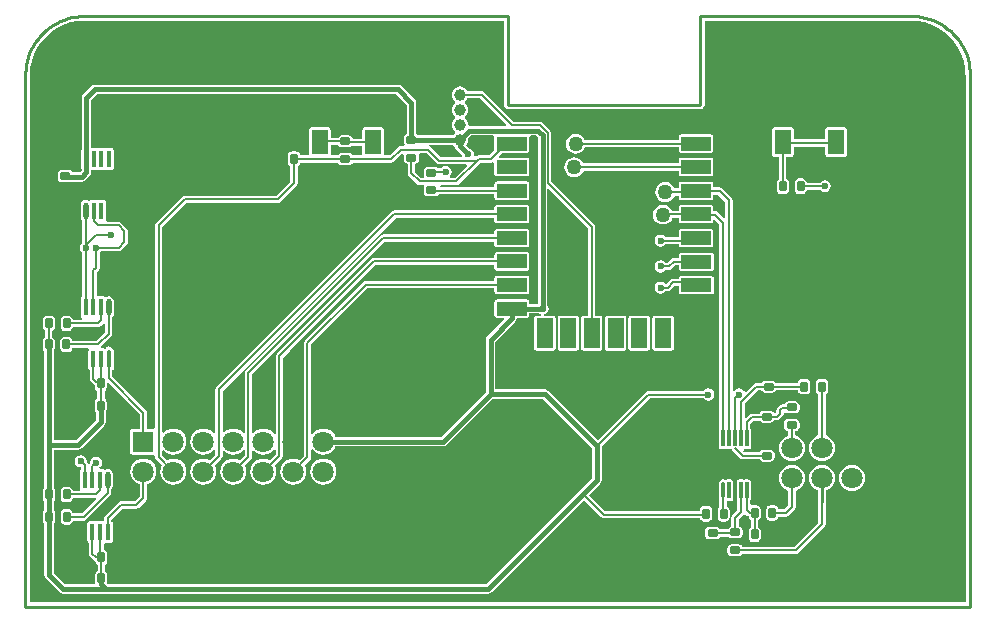
<source format=gtl>
%FSDAX24Y24*%
%MOIN*%
%SFA1B1*%

%IPPOS*%
%AMD10*
4,1,8,0.017700,-0.005900,0.017700,0.005900,0.011800,0.011800,-0.011800,0.011800,-0.017700,0.005900,-0.017700,-0.005900,-0.011800,-0.011800,0.011800,-0.011800,0.017700,-0.005900,0.0*
1,1,0.011800,0.011800,-0.005900*
1,1,0.011800,0.011800,0.005900*
1,1,0.011800,-0.011800,0.005900*
1,1,0.011800,-0.011800,-0.005900*
%
%AMD13*
4,1,8,-0.005900,-0.017700,0.005900,-0.017700,0.011800,-0.011800,0.011800,0.011800,0.005900,0.017700,-0.005900,0.017700,-0.011800,0.011800,-0.011800,-0.011800,-0.005900,-0.017700,0.0*
1,1,0.011800,-0.005900,-0.011800*
1,1,0.011800,0.005900,-0.011800*
1,1,0.011800,0.005900,0.011800*
1,1,0.011800,-0.005900,0.011800*
%
G04~CAMADD=10~8~0.0~0.0~236.0~354.0~59.0~0.0~15~0.0~0.0~0.0~0.0~0~0.0~0.0~0.0~0.0~0~0.0~0.0~0.0~270.0~354.0~236.0*
%ADD10D10*%
%ADD11O,0.017700X0.057100*%
%ADD12R,0.017700X0.057100*%
G04~CAMADD=13~8~0.0~0.0~236.0~354.0~59.0~0.0~15~0.0~0.0~0.0~0.0~0~0.0~0.0~0.0~0.0~0~0.0~0.0~0.0~180.0~236.0~354.0*
%ADD13D13*%
%ADD14R,0.055100X0.082700*%
%ADD15R,0.011800X0.057100*%
%ADD16O,0.011800X0.057100*%
%ADD17R,0.100000X0.045000*%
%ADD18R,0.055000X0.100000*%
%ADD19C,0.007900*%
%ADD20C,0.015700*%
%ADD21C,0.010000*%
%ADD22C,0.070900*%
%ADD23R,0.070900X0.070900*%
%ADD24C,0.039400*%
%ADD25C,0.050000*%
%ADD26C,0.023600*%
%LNuppsense-1*%
%LPD*%
G36*
X037639Y039205D02*
X037872Y039159D01*
X038098Y039082*
X038311Y038977*
X038509Y038845*
X038688Y038688*
X038845Y038509*
X038977Y038311*
X039082Y038098*
X039159Y037872*
X039205Y037639*
X039217Y037451*
X039219Y037402*
Y037352*
Y019836*
X008025*
Y037402*
X008024Y037408*
X008039Y037639*
X008086Y037872*
X008162Y038098*
X008267Y038311*
X008399Y038509*
X008556Y038688*
X008735Y038845*
X008933Y038977*
X009146Y039082*
X009372Y039159*
X009605Y039205*
X009793Y039217*
X009843Y039219*
X009892*
X023825*
Y036427*
X023837Y036369*
X023869Y036320*
X023879Y036310*
X023928Y036278*
X023986Y036266*
X030374*
X030432Y036278*
X030481Y036310*
X030514Y036359*
X030525Y036417*
Y039219*
X037402*
X037408Y039220*
X037639Y039205*
G37*
%LNuppsense-2*%
%LPC*%
G36*
X028611Y029384D02*
X028061D01*
X028031Y029377*
X028004Y029360*
X027987Y029334*
X027981Y029303*
Y028303*
X027987Y028273*
X028004Y028247*
X028031Y028229*
X028061Y028223*
X028611*
X028642Y028229*
X028668Y028247*
X028685Y028273*
X028691Y028303*
Y029303*
X028685Y029334*
X028668Y029360*
X028642Y029377*
X028611Y029384*
G37*
G36*
X027831D02*
X027281D01*
X027250Y029377*
X027224Y029360*
X027207Y029334*
X027201Y029303*
Y028303*
X027207Y028273*
X027224Y028247*
X027250Y028229*
X027281Y028223*
X027831*
X027862Y028229*
X027888Y028247*
X027905Y028273*
X027912Y028303*
Y029303*
X027905Y029334*
X027888Y029360*
X027862Y029377*
X027831Y029384*
G37*
G36*
X026251D02*
X025701D01*
X025670Y029377*
X025644Y029360*
X025627Y029334*
X025621Y029303*
Y028303*
X025627Y028273*
X025644Y028247*
X025670Y028229*
X025701Y028223*
X026251*
X026282Y028229*
X026308Y028247*
X026325Y028273*
X026332Y028303*
Y029303*
X026325Y029334*
X026308Y029360*
X026282Y029377*
X026251Y029384*
G37*
G36*
X030746Y031489D02*
X029746D01*
X029715Y031482*
X029689Y031465*
X029672Y031439*
X029666Y031408*
Y031304*
X029490*
X029444Y031295*
X029405Y031268*
X029281Y031144*
X029211*
X029197Y031166*
X029132Y031209*
X029055Y031224*
X028978Y031209*
X028913Y031166*
X028870Y031100*
X028854Y031024*
X028870Y030947*
X028913Y030882*
X028978Y030838*
X029055Y030823*
X029132Y030838*
X029197Y030882*
X029211Y030903*
X029331*
X029377Y030912*
X029416Y030938*
X029540Y031063*
X029666*
Y030958*
X029672Y030928*
X029689Y030902*
X029715Y030884*
X029746Y030878*
X030746*
X030777Y030884*
X030803Y030902*
X030820Y030928*
X030826Y030958*
Y031408*
X030820Y031439*
X030803Y031465*
X030777Y031482*
X030746Y031489*
G37*
G36*
Y030709D02*
X029746D01*
X029715Y030702*
X029689Y030685*
X029672Y030659*
X029666Y030628*
Y030612*
X029468*
X029422Y030603*
X029383Y030577*
X029256Y030450*
X029199Y030454*
X029197Y030457*
X029132Y030500*
X029055Y030516*
X028978Y030500*
X028913Y030457*
X028870Y030392*
X028854Y030315*
X028870Y030238*
X028913Y030173*
X028978Y030130*
X029055Y030114*
X029132Y030130*
X029197Y030173*
X029211Y030195*
X029291*
Y030194*
X029337Y030204*
X029376Y030230*
X029518Y030372*
X029666*
Y030178*
X029672Y030148*
X029689Y030122*
X029715Y030104*
X029746Y030098*
X030746*
X030777Y030104*
X030803Y030122*
X030820Y030148*
X030826Y030178*
Y030628*
X030820Y030659*
X030803Y030685*
X030777Y030702*
X030746Y030709*
G37*
G36*
X029411Y029384D02*
X028861D01*
X028830Y029377*
X028804Y029360*
X028787Y029334*
X028781Y029303*
Y028303*
X028787Y028273*
X028804Y028247*
X028830Y028229*
X028861Y028223*
X029411*
X029442Y028229*
X029468Y028247*
X029485Y028273*
X029492Y028303*
Y029303*
X029485Y029334*
X029468Y029360*
X029442Y029377*
X029411Y029384*
G37*
G36*
X034488Y027278D02*
X034370D01*
X034316Y027268*
X034271Y027237*
X034240Y027192*
X034230Y027138*
Y026902*
X034240Y026848*
X034271Y026802*
X034313Y026774*
Y025391*
X034215Y025351*
X034124Y025281*
X034055Y025191*
X034011Y025085*
X033996Y024972*
X034011Y024859*
X034055Y024754*
X034124Y024664*
X034215Y024594*
X034320Y024551*
X034433Y024536*
X034546Y024551*
X034651Y024594*
X034742Y024664*
X034811Y024754*
X034855Y024859*
X034870Y024972*
X034855Y025085*
X034811Y025191*
X034742Y025281*
X034651Y025351*
X034553Y025391*
Y026779*
X034588Y026802*
X034618Y026848*
X034629Y026902*
Y027138*
X034618Y027192*
X034588Y027237*
X034542Y027268*
X034488Y027278*
G37*
G36*
X033433Y024409D02*
X033320Y024394D01*
X033215Y024351*
X033124Y024281*
X033055Y024191*
X033011Y024086*
X032996Y023972*
X033011Y023859*
X033055Y023754*
X033124Y023664*
X033215Y023594*
X033313Y023554*
Y023062*
X033178Y022928*
X032975*
X032964Y022979*
X032934Y023025*
X032888Y023055*
X032835Y023066*
X032717*
X032663Y023055*
X032617Y023025*
X032587Y022979*
X032576Y022925*
Y022689*
X032587Y022635*
X032617Y022590*
X032663Y022559*
X032717Y022548*
X032835*
X032888Y022559*
X032934Y022590*
X032964Y022635*
X032975Y022687*
X033228*
X033274Y022696*
X033314Y022722*
X033518Y022927*
X033544Y022966*
X033554Y023012*
X033553*
Y023554*
X033651Y023594*
X033742Y023664*
X033811Y023754*
X033855Y023859*
X033870Y023972*
X033855Y024086*
X033811Y024191*
X033742Y024281*
X033651Y024351*
X033546Y024394*
X033433Y024409*
G37*
G36*
X031136Y023930D02*
X031082Y023919D01*
X031037Y023889*
X031006Y023843*
X030996Y023790*
Y023337*
X031006Y023283*
X031016Y023269*
Y023006*
X030998Y022993*
X030967Y022948*
X030956Y022894*
Y022658*
X030967Y022604*
X030998Y022558*
X031043Y022528*
X031097Y022517*
X031215*
X031269Y022528*
X031314Y022558*
X031345Y022604*
X031355Y022658*
Y022894*
X031345Y022948*
X031314Y022993*
X031269Y023024*
X031257Y023026*
Y023183*
X031274Y023198*
X031392*
X031423Y023204*
X031449Y023221*
X031466Y023247*
X031472Y023278*
Y023849*
X031466Y023879*
X031449Y023906*
X031423Y023923*
X031392Y023929*
X031274*
X031243Y023923*
X031217Y023906*
X031215Y023903*
X031190Y023919*
X031136Y023930*
G37*
G36*
X034433Y024409D02*
X034320Y024394D01*
X034215Y024351*
X034124Y024281*
X034055Y024191*
X034011Y024086*
X033996Y023972*
X034011Y023859*
X034055Y023754*
X034124Y023664*
X034215Y023594*
X034302Y023558*
Y023185*
X034312Y023135*
X034313Y023134*
Y022487*
X033513Y021687*
X031778*
X031753Y021725*
X031707Y021756*
X031654Y021766*
X031417*
X031364Y021756*
X031318Y021725*
X031288Y021680*
X031277Y021626*
Y021508*
X031288Y021454*
X031318Y021409*
X031364Y021378*
X031417Y021367*
X031654*
X031707Y021378*
X031753Y021409*
X031778Y021447*
X033563*
Y021446*
X033609Y021456*
X033648Y021482*
X034518Y022352*
X034544Y022391*
X034553Y022437*
Y023134*
X034554Y023135*
X034564Y023185*
Y023558*
X034651Y023594*
X034742Y023664*
X034811Y023754*
X034855Y023859*
X034870Y023972*
X034855Y024086*
X034811Y024191*
X034742Y024281*
X034651Y024351*
X034546Y024394*
X034433Y024409*
G37*
G36*
X033543Y025940D02*
X033307D01*
X033253Y025929*
X033208Y025899*
X033177Y025853*
X033167Y025799*
Y025681*
X033177Y025627*
X033208Y025582*
X033253Y025551*
X033305Y025541*
Y025388*
X033215Y025351*
X033124Y025281*
X033055Y025191*
X033011Y025085*
X032996Y024972*
X033011Y024859*
X033055Y024754*
X033124Y024664*
X033215Y024594*
X033320Y024551*
X033433Y024536*
X033546Y024551*
X033651Y024594*
X033742Y024664*
X033811Y024754*
X033855Y024859*
X033870Y024972*
X033855Y025085*
X033811Y025191*
X033742Y025281*
X033651Y025351*
X033546Y025394*
Y025541*
X033597Y025551*
X033643Y025582*
X033673Y025627*
X033684Y025681*
Y025799*
X033673Y025853*
X033643Y025899*
X033597Y025929*
X033543Y025940*
G37*
G36*
X031983Y023929D02*
X031865D01*
X031834Y023923*
X031825Y023917*
X031817Y023923*
X031786Y023929*
X031668*
X031637Y023923*
X031611Y023906*
X031594Y023879*
X031587Y023849*
Y023278*
X031594Y023247*
X031606Y023228*
Y022891*
X031450Y022735*
X031424Y022696*
X031415Y022650*
Y022357*
X031364Y022346*
X031318Y022316*
X031288Y022270*
X031285Y022258*
X031030*
X031005Y022296*
X030959Y022327*
X030906Y022337*
X030669*
X030616Y022327*
X030570Y022296*
X030539Y022251*
X030529Y022197*
Y022079*
X030539Y022025*
X030570Y021979*
X030616Y021949*
X030669Y021938*
X030906*
X030959Y021949*
X031005Y021979*
X031030Y022017*
X031306*
X031318Y021999*
X031364Y021969*
X031417Y021958*
X031654*
X031707Y021969*
X031753Y021999*
X031783Y022045*
X031794Y022098*
Y022217*
X031783Y022270*
X031753Y022316*
X031707Y022346*
X031656Y022357*
Y022600*
X031812Y022756*
X031819Y022766*
X031881Y022775*
X031934Y022722*
X031973Y022696*
X031985Y022693*
Y022689*
X031996Y022635*
X032027Y022590*
X032065Y022564*
Y022341*
X032027Y022316*
X031996Y022270*
X031985Y022217*
Y021980*
X031996Y021927*
X032027Y021881*
X032072Y021851*
X032126Y021840*
X032244*
X032298Y021851*
X032343Y021881*
X032374Y021927*
X032385Y021980*
Y022217*
X032374Y022270*
X032343Y022316*
X032305Y022341*
Y022564*
X032343Y022590*
X032374Y022635*
X032385Y022689*
Y022925*
X032374Y022979*
X032343Y023025*
X032298Y023055*
X032244Y023066*
X032126*
X032094Y023059*
X032044Y023092*
Y023228*
X032057Y023247*
X032063Y023278*
Y023849*
X032057Y023879*
X032039Y023906*
X032013Y023923*
X031983Y023929*
G37*
G36*
X035433Y024409D02*
X035320Y024394D01*
X035215Y024351*
X035124Y024281*
X035055Y024191*
X035011Y024086*
X034996Y023972*
X035011Y023859*
X035055Y023754*
X035124Y023664*
X035215Y023594*
X035320Y023551*
X035433Y023536*
X035546Y023551*
X035651Y023594*
X035742Y023664*
X035811Y023754*
X035855Y023859*
X035870Y023972*
X035855Y024086*
X035811Y024191*
X035742Y024281*
X035651Y024351*
X035546Y024394*
X035433Y024409*
G37*
G36*
X030736Y032279D02*
X029736D01*
X029706Y032272*
X029679Y032255*
X029662Y032229*
X029656Y032198*
Y032010*
X029211*
X029197Y032032*
X029132Y032075*
X029055Y032090*
X028978Y032075*
X028913Y032032*
X028870Y031967*
X028854Y031890*
X028870Y031813*
X028913Y031748*
X028978Y031704*
X029055Y031689*
X029132Y031704*
X029197Y031748*
X029211Y031769*
X029656*
Y031748*
X029662Y031718*
X029679Y031692*
X029706Y031674*
X029736Y031668*
X030736*
X030767Y031674*
X030793Y031692*
X030810Y031718*
X030817Y031748*
Y032198*
X030810Y032229*
X030793Y032255*
X030767Y032272*
X030736Y032279*
G37*
G36*
X026220Y035450D02*
X026135Y035438D01*
X026055Y035405*
X025986Y035353*
X025933Y035284*
X025900Y035204*
X025889Y035118*
X025900Y035032*
X025933Y034952*
X025986Y034884*
X026055Y034831*
X026135Y034798*
X026220Y034787*
X026306Y034798*
X026386Y034831*
X026455Y034884*
X026508Y034952*
X026529Y035003*
X029656*
Y034898*
X029662Y034868*
X029679Y034842*
X029706Y034824*
X029736Y034818*
X030736*
X030767Y034824*
X030793Y034842*
X030810Y034868*
X030817Y034898*
Y035348*
X030810Y035379*
X030793Y035405*
X030767Y035422*
X030736Y035429*
X029736*
X029706Y035422*
X029679Y035405*
X029662Y035379*
X029656Y035348*
Y035244*
X026524*
X026508Y035284*
X026455Y035353*
X026386Y035405*
X026306Y035438*
X026220Y035450*
G37*
G36*
X026181Y034662D02*
X026095Y034651D01*
X026015Y034618*
X025947Y034565*
X025894Y034497*
X025861Y034417*
X025850Y034331*
X025861Y034245*
X025894Y034165*
X025947Y034096*
X026015Y034044*
X026095Y034010*
X026181Y033999*
X026267Y034010*
X026347Y034044*
X026416Y034096*
X026468Y034165*
X026492Y034223*
X029656*
Y034118*
X029662Y034088*
X029679Y034062*
X029706Y034044*
X029736Y034038*
X030736*
X030767Y034044*
X030793Y034062*
X030810Y034088*
X030817Y034118*
Y034568*
X030810Y034599*
X030793Y034625*
X030767Y034642*
X030736Y034649*
X029736*
X029706Y034642*
X029679Y034625*
X029662Y034599*
X029656Y034568*
Y034464*
X026482*
X026468Y034497*
X026416Y034565*
X026347Y034618*
X026267Y034651*
X026181Y034662*
G37*
G36*
X020306Y037090D02*
D01*
X010197*
X010135Y037077*
X010083Y037043*
X009798Y036757*
X009763Y036705*
X009751Y036644*
Y034926*
X009749Y034922*
X009743Y034892*
Y034321*
X009749Y034290*
X009751Y034287*
Y034230*
X009697Y034176*
X009442*
X009430Y034194*
X009384Y034224*
X009331Y034235*
X009094*
X009041Y034224*
X008995Y034194*
X008965Y034148*
X008954Y034094*
Y033976*
X008965Y033923*
X008995Y033877*
X009041Y033847*
X009094Y033836*
X009331*
X009384Y033847*
X009397Y033855*
X009764*
X009825Y033867*
X009877Y033902*
X010025Y034050*
X010060Y034102*
X010072Y034163*
Y034235*
X010079Y034241*
X010256*
X010287Y034247*
X010290Y034249*
X010294Y034247*
X010325Y034241*
X010502*
X010533Y034247*
X010541Y034252*
X010550Y034247*
X010581Y034241*
X010758*
X010789Y034247*
X010815Y034264*
X010832Y034290*
X010838Y034321*
Y034892*
X010832Y034922*
X010815Y034948*
X010789Y034966*
X010758Y034972*
X010581*
X010550Y034966*
X010541Y034960*
X010533Y034966*
X010502Y034972*
X010325*
X010294Y034966*
X010290Y034963*
X010287Y034966*
X010256Y034972*
X010079*
X010072Y034978*
Y036577*
X010263Y036769*
X020239*
X020587Y036420*
Y035427*
X020576Y035425*
X020531Y035395*
X020500Y035349*
X020489Y035295*
Y035177*
X020500Y035123*
X020521Y035092*
X020503Y035047*
X020499Y035042*
X020388*
X020341Y035033*
X020302Y035006*
X020023Y034727*
X019848*
X019824Y034756*
Y035583*
X019818Y035614*
X019800Y035640*
X019774Y035657*
X019744Y035663*
X019193*
X019162Y035657*
X019136Y035640*
X019118Y035614*
X019112Y035583*
Y035290*
X018795*
X018791Y035310*
X018761Y035355*
X018715Y035386*
X018661Y035396*
X018425*
X018371Y035386*
X018326Y035355*
X018300Y035317*
X018052*
Y035583*
X018046Y035614*
X018029Y035640*
X018003Y035657*
X017972Y035663*
X017421*
X017390Y035657*
X017364Y035640*
X017347Y035614*
X017341Y035583*
Y034756*
X017316Y034727*
X017030*
X017020Y034778*
X016989Y034824*
X016944Y034854*
X016890Y034865*
X016772*
X016718Y034854*
X016672Y034824*
X016642Y034778*
X016631Y034724*
Y034488*
X016642Y034434*
X016672Y034389*
X016710Y034363*
Y033849*
X016244Y033383*
X013184*
X013138Y033374*
X013099Y033348*
X012238Y032487*
X012212Y032448*
X012202Y032402*
Y025663*
X012165Y025620*
X011931*
Y026142*
X011922Y026188*
X011896Y026227*
X010781Y027342*
Y027569*
X010806Y027586*
X010823Y027612*
X010829Y027643*
Y028213*
X010823Y028244*
X010806Y028270*
X010780Y028288*
X010769Y028290*
X010745Y028325*
X010706Y028351*
X010660Y028360*
X010614Y028351*
X010575Y028325*
X010567Y028313*
X010524Y028288*
X010493Y028294*
X010406*
X010391Y028340*
Y028344*
X010745Y028698*
X010771Y028737*
X010781Y028783*
Y029343*
X010818Y029398*
X010831Y029463*
Y029857*
X010818Y029922*
X010781Y029978*
X010726Y030015*
X010660Y030028*
X010595Y030015*
X010570Y029998*
X010550Y030002*
X010524Y030020*
X010493Y030026*
X010316*
X010269Y030065*
Y030847*
X010321Y030899*
X010347Y030938*
X010357Y030984*
Y031497*
X010378Y031512*
X010393Y031533*
X010984*
X011030Y031542*
X011069Y031568*
X011266Y031765*
X011292Y031804*
X011302Y031850*
Y032205*
X011292Y032251*
X011266Y032290*
X011069Y032487*
X011030Y032513*
X010984Y032522*
X010612*
X010602Y032533*
X010579Y032572*
X010582Y032589*
Y033159*
X010576Y033190*
X010559Y033216*
X010533Y033234*
X010502Y033240*
X010325*
X010294Y033234*
X010285Y033228*
X010277Y033234*
X010246Y033240*
X010069*
X010038Y033234*
X010012Y033216*
X009991Y033212*
X009967Y033228*
X009902Y033241*
X009836Y033228*
X009781Y033191*
X009744Y033136*
X009731Y033071*
Y032677*
X009744Y032612*
X009772Y032570*
Y031810*
X009751Y031795*
X009707Y031730*
X009692Y031654*
X009707Y031577*
X009751Y031512*
X009772Y031497*
Y030019*
X009747Y030002*
X009730Y029976*
X009724Y029946*
Y029375*
X009730Y029344*
X009747Y029318*
X009773Y029301*
X009768Y029251*
X009454*
X009444Y029302*
X009414Y029348*
X009368Y029378*
X009314Y029389*
X009196*
X009142Y029378*
X009097Y029348*
X009066Y029302*
X009056Y029248*
Y029012*
X009066Y028958*
X009097Y028913*
X009142Y028882*
X009196Y028872*
X009314*
X009368Y028882*
X009414Y028913*
X009444Y028958*
X009454Y029010*
X010301*
X010347Y029019*
X010386Y029045*
X010489Y029149*
X010490*
X010540Y029134*
Y028833*
X010255Y028548*
X009443*
X009433Y028600*
X009402Y028645*
X009357Y028676*
X009303Y028687*
X009185*
X009131Y028676*
X009085Y028645*
X009055Y028600*
X009044Y028546*
Y028310*
X009055Y028256*
X009085Y028210*
X009131Y028180*
X009185Y028169*
X009303*
X009357Y028180*
X009402Y028210*
X009433Y028256*
X009443Y028308*
X009972*
X009979Y028300*
X009995Y028258*
X009986Y028244*
X009980Y028213*
Y027643*
X009986Y027612*
X010003Y027586*
X010028Y027569*
Y027272*
X010037Y027226*
X010063Y027187*
X010152Y027099*
X010191Y027073*
X010194Y027072*
Y027008*
X010205Y026954*
X010235Y026909*
X010278Y026880*
Y026624*
X010235Y026595*
X010205Y026550*
X010194Y026496*
Y026260*
X010205Y026206*
X010233Y026164*
Y025893*
X009579Y025239*
X008829*
Y028236*
X008842Y028256*
X008853Y028310*
Y028546*
X008842Y028600*
X008812Y028645*
X008774Y028671*
Y028882*
X008777*
X008823Y028913*
X008853Y028958*
X008864Y029012*
Y029248*
X008853Y029302*
X008823Y029348*
X008777Y029378*
X008724Y029389*
X008606*
X008552Y029378*
X008506Y029348*
X008476Y029302*
X008465Y029248*
Y029012*
X008476Y028958*
X008506Y028913*
X008533Y028895*
Y028671*
X008495Y028645*
X008464Y028600*
X008454Y028546*
Y028310*
X008464Y028256*
X008495Y028210*
X008507Y028202*
Y025079*
Y023641*
X008479Y023599*
X008468Y023545*
Y023309*
X008479Y023255*
X008507Y023212*
Y022891*
X008479Y022849*
X008468Y022795*
Y022559*
X008479Y022505*
X008507Y022462*
Y020741*
X008520Y020680*
X008554Y020628*
X008568Y020615*
X009020Y020162*
X009072Y020127*
X009134Y020115*
X010560*
X023307*
X023369Y020127*
X023421Y020162*
X026505Y023246*
X027080Y022671*
X027119Y022645*
X027165Y022635*
X030370*
X030377Y022604*
X030407Y022558*
X030453Y022528*
X030506Y022517*
X030624*
X030678Y022528*
X030724Y022558*
X030754Y022604*
X030765Y022658*
Y022894*
X030754Y022948*
X030724Y022993*
X030678Y023024*
X030624Y023035*
X030506*
X030453Y023024*
X030407Y022993*
X030377Y022948*
X030366Y022894*
Y022876*
X027215*
X026675Y023417*
X027043Y023784*
X027077Y023836*
X027090Y023898*
Y025030*
X028695Y026635*
X030489*
X030504Y026614*
X030569Y026570*
X030646Y026555*
X030723Y026570*
X030788Y026614*
X030831Y026679*
X030846Y026756*
X030831Y026833*
X030788Y026898*
X030723Y026941*
X030646Y026957*
X030569Y026941*
X030504Y026898*
X030489Y026876*
X028638*
X028592Y026867*
X028553Y026841*
X028537Y026818*
X026958Y025238*
X025822Y026373*
X025310Y026885*
X025258Y026920*
X025197Y026932*
X023546*
Y028516*
X024210Y029180*
X024245Y029232*
X024257Y029293*
Y029318*
X024596*
X024627Y029324*
X024653Y029342*
X024670Y029368*
X024676Y029398*
Y029463*
X025004*
X025041Y029438*
X025063Y029434*
X025058Y029384*
X024921*
X024890Y029377*
X024864Y029360*
X024847Y029334*
X024841Y029303*
Y028303*
X024847Y028273*
X024864Y028247*
X024890Y028229*
X024921Y028223*
X025471*
X025502Y028229*
X025528Y028247*
X025545Y028273*
X025552Y028303*
Y029303*
X025545Y029334*
X025528Y029360*
X025502Y029377*
X025471Y029384*
X025178*
X025173Y029434*
X025195Y029438*
X025260Y029481*
X025304Y029546*
X025319Y029623*
X025304Y029700*
X025279Y029737*
Y033596*
X025325Y033615*
X026636Y032304*
Y029384*
X026481*
X026451Y029377*
X026424Y029360*
X026407Y029334*
X026401Y029303*
Y028303*
X026407Y028273*
X026424Y028247*
X026451Y028229*
X026481Y028223*
X027031*
X027062Y028229*
X027088Y028247*
X027105Y028273*
X027111Y028303*
Y029303*
X027105Y029334*
X027088Y029360*
X027062Y029377*
X027031Y029384*
X026877*
Y032354*
X026867Y032400*
X026841Y032439*
X025416Y033865*
Y035467*
X025407Y035513*
X025380Y035552*
X025119Y035814*
X025080Y035840*
X025034Y035849*
X024164*
X023180Y036833*
X023141Y036859*
X023094Y036868*
X022611*
X022603Y036887*
X022559Y036945*
X022501Y036989*
X022434Y037017*
X022362Y037026*
X022290Y037017*
X022223Y036989*
X022166Y036945*
X022121Y036887*
X022094Y036820*
X022084Y036748*
X022094Y036676*
X022121Y036609*
X022166Y036551*
X022195Y036529*
Y036467*
X022166Y036445*
X022121Y036387*
X022094Y036320*
X022084Y036248*
X022094Y036176*
X022121Y036109*
X022166Y036051*
X022195Y036029*
Y035967*
X022166Y035945*
X022121Y035887*
X022094Y035820*
X022084Y035748*
X022094Y035676*
X022121Y035609*
X022166Y035551*
X022195Y035529*
Y035467*
X022166Y035445*
X022138Y035409*
X020945*
X020920Y035425*
X020909Y035427*
Y036487*
X020896Y036548*
X020862Y036600*
X020419Y037043*
X020367Y037077*
X020357Y037080*
X020306Y037090*
G37*
G36*
X035177Y035671D02*
X034626D01*
X034595Y035665*
X034569Y035647*
X034552Y035621*
X034546Y035591*
Y035258*
X033486*
Y035591*
X033480Y035621*
X033462Y035647*
X033436Y035665*
X033406Y035671*
X032854*
X032824Y035665*
X032798Y035647*
X032780Y035621*
X032774Y035591*
Y034764*
X032780Y034733*
X032798Y034707*
X032824Y034690*
X032854Y034683*
X033010*
Y033944*
X032972Y033918*
X032941Y033873*
X032930Y033819*
Y033583*
X032941Y033529*
X032972Y033483*
X033017Y033453*
X033071Y033442*
X033189*
X033243Y033453*
X033288Y033483*
X033319Y033529*
X033329Y033583*
Y033819*
X033319Y033873*
X033288Y033918*
X033250Y033944*
Y034683*
X033406*
X033436Y034690*
X033462Y034707*
X033480Y034733*
X033486Y034764*
Y035017*
X034546*
Y034764*
X034552Y034733*
X034569Y034707*
X034595Y034690*
X034626Y034683*
X035177*
X035208Y034690*
X035234Y034707*
X035251Y034733*
X035257Y034764*
Y035591*
X035251Y035621*
X035234Y035647*
X035208Y035665*
X035177Y035671*
G37*
G36*
X033780Y033959D02*
X033661D01*
X033608Y033949*
X033562Y033918*
X033532Y033873*
X033521Y033819*
Y033583*
X033532Y033529*
X033562Y033483*
X033608Y033453*
X033661Y033442*
X033780*
X033833Y033453*
X033879Y033483*
X033909Y033529*
X033920Y033580*
X034371*
X034386Y033559*
X034451Y033515*
X034528Y033500*
X034604Y033515*
X034669Y033559*
X034713Y033624*
X034728Y033701*
X034713Y033778*
X034669Y033843*
X034604Y033886*
X034528Y033901*
X034451Y033886*
X034386Y033843*
X034371Y033821*
X033920*
X033909Y033873*
X033879Y033918*
X033833Y033949*
X033780Y033959*
G37*
G36*
X030736Y033849D02*
X029736D01*
X029706Y033842*
X029679Y033825*
X029662Y033799*
X029656Y033768*
Y033624*
X029519*
X029500Y033670*
X029447Y033738*
X029378Y033791*
X029298Y033824*
X029213Y033836*
X029127Y033824*
X029047Y033791*
X028978Y033738*
X028925Y033670*
X028892Y033590*
X028881Y033504*
X028892Y033418*
X028925Y033338*
X028978Y033269*
X029047Y033217*
X029127Y033184*
X029213Y033172*
X029298Y033184*
X029378Y033217*
X029447Y033269*
X029500Y033338*
X029519Y033384*
X029656*
Y033318*
X029662Y033288*
X029679Y033262*
X029706Y033244*
X029736Y033238*
X030736*
X030767Y033244*
X030793Y033262*
X030810Y033288*
X030817Y033318*
Y033423*
X030974*
X031213Y033184*
Y032645*
X031166Y032626*
X030951Y032841*
X030912Y032867*
X030866Y032876*
X030817*
Y032988*
X030810Y033019*
X030793Y033045*
X030767Y033062*
X030736Y033069*
X029736*
X029706Y033062*
X029679Y033045*
X029662Y033019*
X029656Y032988*
Y032884*
X029437*
X029421Y032922*
X029368Y032990*
X029300Y033043*
X029220Y033076*
X029134Y033087*
X029048Y033076*
X028968Y033043*
X028899Y032990*
X028847Y032922*
X028814Y032842*
X028802Y032756*
X028814Y032670*
X028847Y032590*
X028899Y032521*
X028968Y032469*
X029048Y032436*
X029134Y032424*
X029220Y032436*
X029300Y032469*
X029368Y032521*
X029421Y032590*
X029443Y032643*
X029656*
Y032538*
X029662Y032508*
X029679Y032482*
X029706Y032464*
X029736Y032458*
X030736*
X030767Y032464*
X030793Y032482*
X030810Y032508*
X030817Y032538*
Y032570*
X030863Y032589*
X031016Y032436*
Y025631*
X031003Y025612*
X030997Y025581*
Y025010*
X031003Y024979*
X031020Y024953*
X031046Y024936*
X031077Y024930*
X031195*
X031226Y024936*
X031235Y024942*
X031243Y024936*
X031274Y024930*
X031392*
X031417Y024935*
X031419Y024926*
X031445Y024887*
X031701Y024631*
X031740Y024605*
X031786Y024596*
X032356*
X032381Y024558*
X032427Y024528*
X032480Y024517*
X032717*
X032770Y024528*
X032816Y024558*
X032846Y024604*
X032857Y024657*
Y024776*
X032846Y024829*
X032816Y024875*
X032770Y024905*
X032717Y024916*
X032480*
X032427Y024905*
X032381Y024875*
X032356Y024837*
X031836*
X031815Y024858*
X031818Y024921*
X031834Y024936*
X031865Y024930*
X031983*
X032013Y024936*
X032039Y024953*
X032057Y024979*
X032063Y025010*
Y025581*
X032057Y025612*
X032044Y025631*
Y025783*
X032136Y025876*
X032369*
X032381Y025857*
X032427Y025827*
X032480Y025816*
X032717*
X032770Y025827*
X032816Y025857*
X032841Y025895*
X032933*
X032979Y025904*
X033018Y025931*
X033117Y026029*
X033143Y026068*
X033152Y026114*
Y026146*
X033200Y026178*
X033205Y026177*
X033208Y026172*
X033253Y026142*
X033307Y026131*
X033543*
X033597Y026142*
X033643Y026172*
X033673Y026218*
X033684Y026272*
Y026390*
X033673Y026444*
X033643Y026489*
X033597Y026520*
X033543Y026530*
X033307*
X033253Y026520*
X033208Y026489*
X033177Y026444*
X033175Y026431*
X033110*
X033064Y026422*
X033025Y026396*
X032946Y026317*
X032920Y026278*
X032911Y026232*
Y026180*
X032882Y026152*
X032827Y026158*
X032816Y026174*
X032770Y026205*
X032717Y026215*
X032480*
X032427Y026205*
X032381Y026174*
X032351Y026129*
X032348Y026116*
X032087*
X032041Y026107*
X032001Y026081*
X031899Y025979*
X031853Y025998*
Y026459*
X032296Y026902*
X032415*
X032440Y026864*
X032486Y026834*
X032539Y026823*
X032776*
X032829Y026834*
X032875Y026864*
X032899Y026899*
X033639*
X033650Y026848*
X033680Y026802*
X033726Y026772*
X033780Y026761*
X033898*
X033951Y026772*
X033997Y026802*
X034027Y026848*
X034038Y026902*
Y027138*
X034027Y027192*
X033997Y027237*
X033951Y027268*
X033898Y027278*
X033780*
X033726Y027268*
X033680Y027237*
X033650Y027192*
X033639Y027140*
X032902*
X032875Y027181*
X032829Y027211*
X032776Y027222*
X032539*
X032486Y027211*
X032440Y027181*
X032415Y027143*
X032246*
X032200Y027134*
X032161Y027108*
X031902Y026849*
X031841Y026859*
X031815Y026898*
X031750Y026941*
X031673Y026957*
X031596Y026941*
X031531Y026898*
X031503Y026857*
X031453Y026872*
Y033234*
X031444Y033280*
X031418Y033319*
X031109Y033628*
X031070Y033655*
X031024Y033664*
X030817*
Y033768*
X030810Y033799*
X030793Y033825*
X030767Y033842*
X030736Y033849*
G37*
%LNuppsense-3*%
%LPD*%
G36*
X023914Y035758D02*
X023895Y035712D01*
X022686*
X022648Y035742*
X022639Y035757*
X022631Y035820*
X022603Y035887*
X022559Y035945*
X022529Y035967*
Y036029*
X022559Y036051*
X022603Y036109*
X022631Y036176*
X022640Y036248*
X022631Y036320*
X022603Y036387*
X022559Y036445*
X022529Y036467*
Y036529*
X022559Y036551*
X022603Y036609*
X022611Y036628*
X023045*
X023914Y035758*
G37*
G36*
X023516Y035348D02*
Y034898D01*
X023517Y034895*
X023349Y034727*
X022992*
X022946Y034718*
X022907Y034691*
X022869Y034694*
X022834Y034741*
X022838Y034764*
X022823Y034841*
X022780Y034906*
X022715Y034949*
X022686Y034955*
X022572Y035069*
X022603Y035109*
X022631Y035176*
X022640Y035248*
X022634Y035293*
X022732Y035391*
X023474*
X023516Y035348*
G37*
G36*
X022166Y035051D02*
X022208Y035019D01*
X022214Y034990*
X022249Y034938*
X022441Y034746*
X022446Y034718*
X022410Y034668*
X021723*
X021384Y035006*
X021345Y035033*
X021320Y035037*
X021325Y035087*
X022138*
X022166Y035051*
G37*
G36*
X024958Y035327D02*
Y029784D01*
X024676*
Y029848*
X024670Y029879*
X024653Y029905*
X024627Y029922*
X024596Y029929*
X023596*
X023565Y029922*
X023539Y029905*
X023522Y029879*
X023516Y029848*
Y029398*
X023522Y029368*
X023539Y029342*
X023565Y029324*
X023596Y029318*
X023829*
X023848Y029272*
X023272Y028696*
X023237Y028644*
X023225Y028583*
Y026838*
X021733Y025346*
X018213*
X018189Y025403*
X018120Y025494*
X018029Y025563*
X017924Y025607*
X017811Y025622*
X017698Y025607*
X017593Y025563*
X017502Y025494*
X017454Y025431*
X017404Y025448*
Y028415*
X019282Y030293*
X023516*
Y030188*
X023522Y030158*
X023539Y030132*
X023565Y030114*
X023596Y030108*
X024596*
X024627Y030114*
X024653Y030132*
X024670Y030158*
X024676Y030188*
Y030638*
X024670Y030669*
X024653Y030695*
X024627Y030712*
X024596Y030719*
X023596*
X023565Y030712*
X023539Y030695*
X023522Y030669*
X023516Y030638*
Y030534*
X019232*
X019186Y030525*
X019147Y030498*
X017198Y028550*
X017172Y028511*
X017163Y028465*
Y024707*
X017022Y024566*
X016924Y024607*
X016811Y024622*
X016698Y024607*
X016593Y024563*
X016502Y024494*
X016433Y024403*
X016389Y024298*
X016374Y024185*
X016389Y024072*
X016433Y023967*
X016502Y023876*
X016593Y023807*
X016698Y023763*
X016811Y023748*
X016924Y023763*
X017029Y023807*
X017120Y023876*
X017189Y023967*
X017233Y024072*
X017248Y024185*
X017233Y024298*
X017192Y024396*
X017369Y024572*
X017395Y024611*
X017404Y024657*
Y024922*
X017454Y024939*
X017502Y024876*
X017593Y024807*
X017698Y024763*
X017811Y024748*
X017924Y024763*
X018029Y024807*
X018120Y024876*
X018189Y024967*
X018213Y025024*
X021799*
X021861Y025037*
X021913Y025071*
X023452Y026611*
X025130*
X025595Y026146*
X026769Y024973*
Y023964*
X026363Y023558*
X023241Y020436*
X010636*
X010602Y020476*
X010608Y020509*
Y020745*
X010597Y020799*
X010567Y020844*
X010529Y020869*
Y021084*
X010567Y021109*
X010597Y021155*
X010608Y021209*
Y021445*
X010597Y021499*
X010567Y021544*
X010521Y021575*
X010490Y021581*
Y021772*
X010536Y021811*
X010714*
X010744Y021817*
X010770Y021834*
X010788Y021860*
X010794Y021891*
Y022462*
X010788Y022493*
X010770Y022519*
X010746Y022536*
Y022583*
X011113Y022950*
X011575*
X011621Y022960*
X011660Y022986*
X011896Y023222*
X011922Y023261*
X011931Y023307*
Y023766*
X012029Y023807*
X012120Y023876*
X012189Y023967*
X012233Y024072*
X012248Y024185*
X012233Y024298*
X012189Y024403*
X012120Y024494*
X012029Y024563*
X011924Y024607*
X011811Y024622*
X011698Y024607*
X011593Y024563*
X011502Y024494*
X011433Y024403*
X011389Y024298*
X011374Y024185*
X011389Y024072*
X011433Y023967*
X011502Y023876*
X011593Y023807*
X011691Y023766*
Y023357*
X011525Y023191*
X011063*
X011017Y023182*
X010978Y023156*
X010540Y022718*
X010514Y022679*
X010505Y022633*
Y022581*
X010458Y022542*
X010281*
X010250Y022536*
X010241Y022530*
X010233Y022536*
X010202Y022542*
X010025*
X009994Y022536*
X009968Y022519*
X009951Y022493*
X009944Y022462*
Y021891*
X009951Y021860*
X009968Y021834*
X009993Y021818*
Y021455*
X010002Y021409*
X010028Y021370*
X010156Y021242*
Y021241*
X010196Y021215*
X010209Y021213*
Y021209*
X010220Y021155*
X010250Y021109*
X010288Y021084*
Y020869*
X010250Y020844*
X010220Y020799*
X010209Y020745*
Y020509*
X010213Y020486*
X010177Y020436*
X009200*
X008829Y020808*
Y022462*
X008857Y022505*
X008868Y022559*
Y022795*
X008857Y022849*
X008829Y022891*
Y023212*
X008857Y023255*
X008868Y023309*
Y023545*
X008857Y023599*
X008829Y023641*
Y024918*
X009646*
X009707Y024930*
X009759Y024965*
X010507Y025713*
X010542Y025765*
X010554Y025827*
Y026164*
X010583Y026206*
X010593Y026260*
Y026496*
X010583Y026550*
X010552Y026595*
X010519Y026618*
Y026886*
X010552Y026909*
X010583Y026954*
X010593Y027008*
Y027124*
X010639Y027143*
X011691Y026092*
Y025620*
X011457*
X011426Y025614*
X011400Y025596*
X011383Y025570*
X011376Y025539*
Y024831*
X011383Y024800*
X011400Y024774*
X011426Y024757*
X011457Y024750*
X012165*
X012202Y024707*
Y024673*
X012212Y024627*
X012238Y024588*
X012430Y024396*
X012389Y024298*
X012374Y024185*
X012389Y024072*
X012433Y023967*
X012502Y023876*
X012593Y023807*
X012698Y023763*
X012811Y023748*
X012924Y023763*
X013029Y023807*
X013120Y023876*
X013189Y023967*
X013233Y024072*
X013248Y024185*
X013233Y024298*
X013189Y024403*
X013120Y024494*
X013029Y024563*
X012924Y024607*
X012811Y024622*
X012698Y024607*
X012600Y024566*
X012443Y024723*
Y024875*
X012491Y024891*
X012502Y024876*
X012593Y024807*
X012698Y024763*
X012811Y024748*
X012924Y024763*
X013029Y024807*
X013120Y024876*
X013189Y024967*
X013233Y025072*
X013248Y025185*
X013233Y025298*
X013189Y025403*
X013120Y025494*
X013029Y025563*
X012924Y025607*
X012811Y025622*
X012698Y025607*
X012593Y025563*
X012502Y025494*
X012491Y025479*
X012443Y025495*
Y032352*
X013234Y033142*
X016294*
X016340Y033152*
X016379Y033178*
X016916Y033714*
X016942Y033753*
X016951Y033799*
Y034363*
X016989Y034389*
X017020Y034434*
X017030Y034486*
X018300*
X018326Y034448*
X018371Y034417*
X018425Y034407*
X018661*
X018715Y034417*
X018761Y034448*
X018786Y034486*
X020073*
X020119Y034495*
X020158Y034521*
X020430Y034794*
X020469Y034789*
X020497Y034744*
X020489Y034705*
Y034587*
X020500Y034533*
X020531Y034487*
X020576Y034457*
X020628Y034447*
Y034134*
X020637Y034088*
X020663Y034049*
X020938Y033773*
X020978Y033747*
X021024Y033738*
X021151*
X021177Y033688*
X021169Y033676*
X021159Y033622*
Y033504*
X021169Y033450*
X021200Y033405*
X021245Y033374*
X021299Y033363*
X021535*
X021589Y033374*
X021635Y033405*
X021654Y033433*
X023516*
Y033328*
X023522Y033298*
X023539Y033272*
X023565Y033254*
X023596Y033248*
X024596*
X024627Y033254*
X024653Y033272*
X024670Y033298*
X024676Y033328*
Y033778*
X024670Y033809*
X024653Y033835*
X024627Y033852*
X024596Y033859*
X023596*
X023565Y033852*
X023539Y033835*
X023522Y033809*
X023516Y033778*
Y033674*
X021706*
X021698Y033688*
X021726Y033738*
X022244*
X022290Y033747*
X022329Y033773*
X023018Y034462*
X023042Y034486*
X023399*
X023445Y034495*
X023466Y034509*
X023516Y034486*
Y034118*
X023522Y034088*
X023539Y034062*
X023565Y034044*
X023596Y034038*
X024596*
X024627Y034044*
X024653Y034062*
X024670Y034088*
X024676Y034118*
Y034568*
X024670Y034599*
X024653Y034625*
X024627Y034642*
X024596Y034649*
X023677*
X023657Y034695*
X023781Y034818*
X024596*
X024627Y034824*
X024653Y034842*
X024670Y034868*
X024676Y034898*
Y035348*
X024718Y035391*
X024894*
X024958Y035327*
G37*
G36*
X021588Y034462D02*
X021627Y034436D01*
X021673Y034427*
X022577*
X022596Y034381*
X022194Y033979*
X022043*
X022028Y034029*
X022032Y034031*
X022075Y034096*
X022090Y034173*
X022075Y034250*
X022032Y034315*
X021967Y034359*
X021890Y034374*
X021813Y034359*
X021748Y034315*
X021733Y034294*
X021647*
X021635Y034312*
X021589Y034342*
X021535Y034353*
X021299*
X021245Y034342*
X021200Y034312*
X021169Y034266*
X021159Y034213*
Y034094*
X021169Y034041*
X021177Y034029*
X021151Y033979*
X021074*
X020868Y034184*
Y034447*
X020920Y034457*
X020965Y034487*
X020996Y034533*
X021007Y034587*
Y034705*
X020997Y034751*
X021020Y034801*
X021249*
X021588Y034462*
G37*
G36*
X018326Y035038D02*
X018371Y035008D01*
X018425Y034997*
X018661*
X018715Y035008*
X018761Y035038*
X018768Y035049*
X019112*
Y034756*
X019088Y034727*
X018786*
X018761Y034765*
X018715Y034795*
X018661Y034806*
X018425*
X018371Y034795*
X018326Y034765*
X018300Y034727*
X018077*
X018052Y034756*
Y035076*
X018300*
X018326Y035038*
G37*
%LNuppsense-4*%
%LPC*%
G36*
X024596Y033079D02*
X023596D01*
X023565Y033072*
X023539Y033055*
X023522Y033029*
X023516Y032998*
Y032894*
X020175*
X020129Y032885*
X020090Y032858*
X014246Y027014*
X014219Y026975*
X014210Y026929*
Y025458*
X014160Y025441*
X014120Y025494*
X014029Y025563*
X013924Y025607*
X013811Y025622*
X013698Y025607*
X013593Y025563*
X013502Y025494*
X013433Y025403*
X013389Y025298*
X013374Y025185*
X013389Y025072*
X013433Y024967*
X013502Y024876*
X013593Y024807*
X013698Y024763*
X013811Y024748*
X013924Y024763*
X014029Y024807*
X014120Y024876*
X014160Y024929*
X014210Y024912*
Y024755*
X014022Y024566*
X013924Y024607*
X013811Y024622*
X013698Y024607*
X013593Y024563*
X013502Y024494*
X013433Y024403*
X013389Y024298*
X013374Y024185*
X013389Y024072*
X013433Y023967*
X013502Y023876*
X013593Y023807*
X013698Y023763*
X013811Y023748*
X013924Y023763*
X014029Y023807*
X014120Y023876*
X014189Y023967*
X014233Y024072*
X014248Y024185*
X014233Y024298*
X014192Y024396*
X014416Y024620*
X014442Y024659*
X014451Y024705*
Y024865*
X014498Y024881*
X014502Y024876*
X014593Y024807*
X014698Y024763*
X014811Y024748*
X014924Y024763*
X015029Y024807*
X015120Y024876*
X015145Y024908*
X015195Y024891*
Y024739*
X015022Y024566*
X014924Y024607*
X014811Y024622*
X014698Y024607*
X014593Y024563*
X014502Y024494*
X014433Y024403*
X014389Y024298*
X014374Y024185*
X014389Y024072*
X014433Y023967*
X014502Y023876*
X014593Y023807*
X014698Y023763*
X014811Y023748*
X014924Y023763*
X015029Y023807*
X015120Y023876*
X015189Y023967*
X015233Y024072*
X015248Y024185*
X015233Y024298*
X015192Y024396*
X015400Y024604*
X015426Y024643*
X015435Y024689*
Y024885*
X015483Y024901*
X015502Y024876*
X015593Y024807*
X015698Y024763*
X015811Y024748*
X015924Y024763*
X016029Y024807*
X016120Y024876*
X016168Y024939*
X016218Y024922*
Y024762*
X016022Y024566*
X015924Y024607*
X015811Y024622*
X015698Y024607*
X015593Y024563*
X015502Y024494*
X015433Y024403*
X015389Y024298*
X015374Y024185*
X015389Y024072*
X015433Y023967*
X015502Y023876*
X015593Y023807*
X015698Y023763*
X015811Y023748*
X015924Y023763*
X016029Y023807*
X016120Y023876*
X016189Y023967*
X016233Y024072*
X016248Y024185*
X016233Y024298*
X016192Y024396*
X016424Y024627*
X016450Y024667*
X016459Y024713*
Y027982*
X016699Y028222*
X019550Y031073*
X023516*
Y030968*
X023522Y030938*
X023539Y030912*
X023565Y030894*
X023596Y030888*
X024596*
X024627Y030894*
X024653Y030912*
X024670Y030938*
X024676Y030968*
Y031418*
X024670Y031449*
X024653Y031475*
X024627Y031492*
X024596Y031499*
X023596*
X023565Y031492*
X023539Y031475*
X023522Y031449*
X023516Y031418*
Y031314*
X019500*
X019454Y031305*
X019415Y031278*
X016529Y028392*
X016253Y028117*
X016227Y028078*
X016218Y028031*
Y025448*
X016168Y025431*
X016120Y025494*
X016029Y025563*
X015924Y025607*
X015811Y025622*
X015698Y025607*
X015593Y025563*
X015502Y025494*
X015483Y025469*
X015435Y025485*
Y027430*
X019858Y031853*
X023516*
Y031748*
X023522Y031718*
X023539Y031692*
X023565Y031674*
X023596Y031668*
X024596*
X024627Y031674*
X024653Y031692*
X024670Y031718*
X024676Y031748*
Y032198*
X024670Y032229*
X024653Y032255*
X024627Y032272*
X024596Y032279*
X023596*
X023565Y032272*
X023539Y032255*
X023522Y032229*
X023516Y032198*
Y032094*
X019808*
X019762Y032085*
X019723Y032058*
X015230Y027565*
X015204Y027526*
X015195Y027480*
Y025479*
X015145Y025462*
X015120Y025494*
X015029Y025563*
X014924Y025607*
X014811Y025622*
X014698Y025607*
X014593Y025563*
X014502Y025494*
X014498Y025489*
X014451Y025505*
Y026879*
X020225Y032653*
X023516*
Y032548*
X023522Y032518*
X023539Y032492*
X023565Y032474*
X023596Y032468*
X024596*
X024627Y032474*
X024653Y032492*
X024670Y032518*
X024676Y032548*
Y032998*
X024670Y033029*
X024653Y033055*
X024627Y033072*
X024596Y033079*
G37*
G36*
X009724Y024728D02*
X009648Y024713D01*
X009582Y024669*
X009539Y024604*
X009524Y024528*
X009539Y024451*
X009582Y024386*
X009648Y024342*
X009724Y024327*
X009737Y024317*
Y024268*
X009712Y024251*
X009695Y024225*
X009688Y024194*
Y023623*
X009694Y023597*
X009693Y023590*
X009665Y023547*
X009458*
X009447Y023599*
X009417Y023644*
X009371Y023675*
X009318Y023685*
X009199*
X009146Y023675*
X009100Y023644*
X009070Y023599*
X009059Y023545*
Y023309*
X009070Y023255*
X009100Y023209*
X009146Y023179*
X009199Y023168*
X009318*
X009371Y023179*
X009417Y023209*
X009447Y023255*
X009458Y023306*
X010218*
X010239Y023257*
X009779Y022797*
X009458*
X009447Y022849*
X009417Y022894*
X009371Y022925*
X009318Y022935*
X009199*
X009146Y022925*
X009100Y022894*
X009070Y022849*
X009059Y022795*
Y022559*
X009070Y022505*
X009100Y022459*
X009146Y022429*
X009199Y022418*
X009318*
X009371Y022429*
X009417Y022459*
X009447Y022505*
X009458Y022556*
X009829*
X009875Y022565*
X009914Y022591*
X010710Y023387*
X010736Y023426*
X010746Y023473*
Y023591*
X010783Y023647*
X010796Y023712*
Y024106*
X010783Y024171*
X010746Y024226*
X010690Y024263*
X010625Y024276*
X010560Y024263*
X010535Y024247*
X010515Y024251*
X010488Y024269*
X010458Y024275*
X010361*
X010346Y024325*
X010378Y024346*
X010422Y024411*
X010437Y024488*
X010422Y024565*
X010378Y024630*
X010313Y024674*
X010236Y024689*
X010159Y024674*
X010094Y024630*
X010051Y024565*
X010036Y024488*
X010037Y024481*
X010011Y024451*
X009958Y024457*
X009943Y024480*
X009920Y024502*
X009925Y024528*
X009910Y024604*
X009866Y024669*
X009801Y024713*
X009724Y024728*
G37*
G36*
X017811Y024622D02*
X017698Y024607D01*
X017593Y024563*
X017502Y024494*
X017433Y024403*
X017389Y024298*
X017374Y024185*
X017389Y024072*
X017433Y023967*
X017502Y023876*
X017593Y023807*
X017698Y023763*
X017811Y023748*
X017924Y023763*
X018029Y023807*
X018120Y023876*
X018189Y023967*
X018233Y024072*
X018248Y024185*
X018233Y024298*
X018189Y024403*
X018120Y024494*
X018029Y024563*
X017924Y024607*
X017811Y024622*
G37*
%LNuppsense-5*%
%LPD*%
G54D10*
X009213Y033445D03*
Y034035D03*
X032598Y024126D03*
Y024717D03*
X020748Y035236D03*
Y034646D03*
X021417Y034154D03*
Y033563D03*
X018543Y034606D03*
Y035197D03*
X033425Y026331D03*
Y025740D03*
X032598Y026016D03*
Y025425D03*
X031535Y022157D03*
Y021567D03*
X030787Y022138D03*
Y021547D03*
X032657Y027022D03*
Y027613D03*
G54D11*
X009902Y032874D03*
X010660Y029660D03*
X010625Y023909D03*
G54D12*
X010157Y032874D03*
X010413D03*
X010669D03*
Y034606D03*
X010413D03*
X010167D03*
X009911D03*
X010660Y027928D03*
X010404D03*
X010148D03*
X009893D03*
Y029660D03*
X010148D03*
X010404D03*
X010625Y022177D03*
X010369D03*
X010113D03*
X009857D03*
Y023909D03*
X010113D03*
X010369D03*
G54D13*
X008665Y029130D03*
X009255D03*
X008653Y028428D03*
X009244D03*
X008668Y023427D03*
X009259D03*
X008668Y022677D03*
X009259D03*
X009803Y026378D03*
X010394D03*
X009803Y027126D03*
X010394D03*
X009818Y020627D03*
X010409D03*
X009818Y021327D03*
X010409D03*
X030565Y022776D03*
X031156D03*
X033720Y033701D03*
X033130D03*
X016240Y034606D03*
X016831D03*
X032185Y022098D03*
X032776D03*
X032185Y022807D03*
X032776D03*
X033839Y027020D03*
X034429D03*
G54D14*
X017696Y038752D03*
X019468D03*
Y035170D03*
X017696D03*
X033130Y038760D03*
X034902D03*
Y035177D03*
X033130D03*
G54D15*
X031136Y025296D03*
X031333D03*
X031530D03*
X031727D03*
X031924D03*
Y023563D03*
X031727D03*
X031530D03*
X031333D03*
G54D16*
X031136Y023563D03*
G54D17*
X024096Y035123D03*
Y034343D03*
Y033553D03*
Y032773D03*
Y031973D03*
Y031193D03*
Y030413D03*
Y029623D03*
X030246Y029613D03*
Y030403D03*
Y031183D03*
X030236Y031973D03*
Y032763D03*
Y033543D03*
Y035123D03*
Y034343D03*
G54D18*
X025196Y028803D03*
X025976D03*
X026756D03*
X027556D03*
X028336D03*
X029136D03*
G54D19*
X031530Y026633D02*
X031673Y026776D01*
X027165Y022756D02*
X030565D01*
X010398Y026383D02*
Y027178D01*
X010237Y027184D02*
X010404D01*
X016831Y034587D02*
X016850Y034606D01*
X011181Y031850D02*
Y032205D01*
X010984Y031654D02*
X011181Y031850D01*
X010236Y031654D02*
X010984D01*
Y032402D02*
X011181Y032205D01*
X010315Y032402D02*
X010984D01*
X010177Y032539D02*
X010315Y032402D01*
X010177Y032539D02*
Y032874D01*
X009893Y031743D02*
Y032745D01*
Y031654D02*
Y031743D01*
X033130Y035138D02*
X034902D01*
X033433Y023012D02*
Y023972D01*
X010305Y028428D02*
X010660Y028783D01*
Y029660*
X009255Y029130D02*
X010301D01*
X010404Y029234*
Y029660*
X010148Y027272D02*
X010237Y027184D01*
X010148Y027272D02*
Y027928D01*
X010404Y027184D02*
Y027928D01*
X008653Y028428D02*
Y029119D01*
X008665Y029130*
X009244Y028428D02*
X010305D01*
X031136Y022796D02*
Y023563D01*
Y022796D02*
X031156Y022776D01*
X010660Y027928D02*
Y028240D01*
X031786Y024717D02*
X032598D01*
X031530Y024972D02*
X031786Y024717D01*
X030866Y032756D02*
X031136Y032486D01*
X030244Y032756D02*
X030866D01*
X030236Y032763D02*
X030244Y032756D01*
X030236Y033543D02*
X031024D01*
X031333Y033234*
X029141Y032763D02*
X030236D01*
X029134Y032756D02*
X029141Y032763D01*
X026181Y034331D02*
X026194Y034343D01*
X030236*
X026220Y035118D02*
X026226Y035123D01*
X030236*
X030197Y033504D02*
X030236Y033543D01*
X010369Y021366D02*
Y022177D01*
Y021366D02*
X010409Y021327D01*
X010113Y021455D02*
Y022177D01*
Y021455D02*
X010242Y021327D01*
X010409*
Y020627D02*
Y021327D01*
X031530Y025296D02*
Y026633D01*
X025692Y026260D02*
X025709D01*
X030157Y030492D02*
X030246Y030403D01*
X029213Y033504D02*
X030197D01*
X031333Y025296D02*
Y033234D01*
X031136Y025296D02*
Y032486D01*
X021427Y033553D02*
X024096D01*
X018570Y035170D02*
X019468D01*
X018543Y035197D02*
X018570Y035170D01*
X017724Y035197D02*
X018543D01*
X017696Y035170D02*
X017724Y035197D01*
X033130Y033701D02*
Y035138D01*
Y033701D02*
D01*
X023399Y034606D02*
X023916Y035123D01*
X024096*
X021417Y033563D02*
X021427Y033553D01*
X021437Y034173D02*
X021890D01*
X021417Y034154D02*
X021437Y034173D01*
X020748Y034134D02*
Y034646D01*
Y034134D02*
X021024Y033858D01*
X022244*
X022992Y034606D02*
X023399D01*
X025034Y035728D02*
X025295Y035467D01*
Y033815D02*
Y035467D01*
Y033815D02*
X026756Y032354D01*
Y028803D02*
Y032354D01*
X010369Y023558D02*
Y023909D01*
X010238Y023427D02*
X010369Y023558D01*
X009259Y023427D02*
X010238D01*
X010625Y023473D02*
Y023909D01*
X009829Y022677D02*
X010625Y023473D01*
X009259Y022677D02*
X009829D01*
X029468Y030492D02*
X030157D01*
X029055Y031024D02*
X029331D01*
X029490Y031183*
X030246*
X029291Y030315D02*
X029468Y030492D01*
X029291Y030315D02*
D01*
X029055D02*
X029291D01*
X029055Y031890D02*
X030153D01*
X030236Y031973*
X033720Y033701D02*
X034528D01*
X018543Y034606D02*
X020073D01*
X020388Y034921*
X021299*
X022244Y033858D02*
X022933Y034547D01*
X022362Y036748D02*
X023094D01*
X024114Y035728*
X025034*
X016850Y034606D02*
X018543D01*
X022933Y034547D02*
X022992Y034606D01*
X021299Y034921D02*
X021673Y034547D01*
X022933*
X030787Y022138D02*
X031516D01*
X031535Y022157*
X031727Y022841D02*
Y023563D01*
X031535Y022650D02*
X031727Y022841D01*
X031535Y022157D02*
Y022650D01*
X032185Y022098D02*
Y022807D01*
X031924Y022903D02*
Y023563D01*
Y022903D02*
X032019Y022807D01*
X032185*
X032776D02*
X033228D01*
X033433Y023012*
X031535Y021567D02*
X033563D01*
X034433Y022437*
Y023185*
Y024972D02*
Y027016D01*
X034429Y027020D02*
X034433Y027016D01*
X032660Y027020D02*
X033839D01*
X032657Y027022D02*
X032660Y027020D01*
X031727Y025296D02*
X031732Y025301D01*
X031924Y025296D02*
Y025833D01*
X032087Y025996*
X032579*
X032598Y026016*
X032933*
X033031Y026114*
Y026232*
X033110Y026311*
X033425Y024980D02*
Y025740D01*
Y024980D02*
X033433Y024972D01*
X026476Y023445D02*
X027165Y022756D01*
X031732Y025301D02*
Y026509D01*
X026929Y025039D02*
X028642Y026752D01*
X028638Y026756D02*
X028642Y026752D01*
X028638Y026756D02*
X030646D01*
X031732Y026509D02*
X032246Y027022D01*
X032657*
X031673Y026756D02*
Y026776D01*
X033110Y026311D02*
X033445D01*
X033465Y026331*
X017283Y028465D02*
X019232Y030413D01*
X024096*
X016811Y024185D02*
X017283Y024657D01*
Y028465*
X015315Y027480D02*
X019808Y031973D01*
X024096*
X016614Y028307D02*
X019500Y031193D01*
X024096*
X015811Y024185D02*
X016339Y024713D01*
Y028031*
X016614Y028307*
X014331Y026929D02*
X020175Y032773D01*
X024096*
X014811Y024185D02*
X015315Y024689D01*
Y027480*
X013811Y024185D02*
X014331Y024705D01*
Y026929*
X010660Y027293D02*
Y027928D01*
Y027293D02*
X011811Y026142D01*
Y025185D02*
Y026142D01*
X010625Y022177D02*
Y022633D01*
X011063Y023071*
X011575*
X011811Y023307*
Y024185*
X009857Y023909D02*
Y024395D01*
X009724Y024528D02*
X009857Y024395D01*
X010113Y023909D02*
Y024365D01*
X010236Y024488*
X009893Y031743D02*
X010236Y032087D01*
X010748*
X010148Y029660D02*
Y030896D01*
X010236Y030984*
X009893Y029660D02*
Y031654D01*
X012323Y024673D02*
X012811Y024185D01*
X016294Y033263D02*
X016831Y033799D01*
X016811Y034567D02*
X016831Y034587D01*
Y033799D02*
Y034587D01*
Y034606*
X012323Y024673D02*
Y032402D01*
X013184Y033263*
X016294*
X010236Y030984D02*
Y031654D01*
G54D20*
X020748Y035236D02*
Y036487D01*
X020306Y036929D02*
X020748Y036487D01*
X010197Y036929D02*
X020306D01*
X009213Y034035D02*
X009232Y034016D01*
X009764*
X009911Y034163*
Y034606*
Y036644*
X010197Y036929*
X023386Y026772D02*
X025197D01*
X023386D02*
Y028583D01*
X024096Y029293*
Y029623*
X025197Y026772D02*
X025709Y026260D01*
X026929Y025039*
X024096Y029623D02*
X025118D01*
X020760Y035248D02*
X022362D01*
X020748Y035236D02*
X020760Y035248D01*
X022362Y035051D02*
Y035248D01*
X025118Y029623D02*
Y035394D01*
X022665Y035551D02*
X024961D01*
X025118Y035394*
X022362Y035248D02*
X022665Y035551D01*
X026929Y023898D02*
Y025039D01*
X026476Y023445D02*
X026929Y023898D01*
X022362Y035051D02*
X022638Y034776D01*
Y034764D02*
Y034776D01*
X021799Y025185D02*
X023386Y026772D01*
X017811Y025185D02*
X021799D01*
X023307Y020276D02*
X026476Y023445D01*
X010560Y020276D02*
X023307D01*
X010409Y020427D02*
X010560Y020276D01*
X010409Y020427D02*
Y020627D01*
X008681Y020728D02*
X009134Y020276D01*
X010560*
X008668Y020741D02*
Y022677D01*
Y020741D02*
X008681Y020728D01*
X008668Y022677D02*
Y023427D01*
Y025079D02*
X009646D01*
X010394Y025827D02*
Y026378D01*
X008668Y023427D02*
Y025079D01*
Y028374*
X009646Y025079D02*
X010394Y025827D01*
G54D21*
X034433Y023185D02*
Y023972D01*
X039370Y037402D02*
D01*
X039365Y037539*
X039350Y037676*
X039326Y037811*
X039293Y037944*
X039251Y038075*
X039199Y038202*
X039139Y038326*
X039070Y038445*
X038993Y038559*
X038909Y038667*
X038817Y038769*
X038718Y038865*
X038613Y038953*
X038502Y039034*
X038385Y039107*
X038264Y039171*
X038138Y039227*
X038009Y039274*
X037877Y039312*
X037742Y039341*
X037606Y039360*
X037469Y039369*
X037402Y039370*
X009843D02*
D01*
X009705Y039365*
X009568Y039350*
X009433Y039326*
X009300Y039293*
X009169Y039251*
X009042Y039199*
X008918Y039139*
X008799Y039070*
X008685Y038993*
X008577Y038909*
X008475Y038817*
X008379Y038718*
X008291Y038613*
X008210Y038502*
X008137Y038385*
X008073Y038264*
X008017Y038138*
X007970Y038009*
X007932Y037877*
X007903Y037742*
X007884Y037606*
X007875Y037469*
X007874Y037402*
Y019685D02*
X039370D01*
X023976Y036417D02*
X030374D01*
X023976D02*
Y039370D01*
X030374Y036417D02*
Y039370D01*
X039370Y019685D02*
Y037402D01*
X030374Y039370D02*
X037402D01*
X007874Y019685D02*
Y037402D01*
X009843Y039370D02*
X023976D01*
G54D22*
X033433Y023972D03*
Y024972D03*
X034433Y023972D03*
Y024972D03*
X035433Y023972D03*
X017811Y025185D03*
Y024185D03*
X016811Y025185D03*
Y024185D03*
X011811D03*
X012811Y025185D03*
Y024185D03*
X013811Y025185D03*
Y024185D03*
X014811D03*
Y025185D03*
X015811Y024185D03*
Y025185D03*
G54D23*
X035433Y024972D03*
X011811Y025185D03*
G54D24*
X022362Y035248D03*
Y035748D03*
Y036248D03*
Y036748D03*
Y037248D03*
G54D25*
X029134Y032756D03*
X026181Y034331D03*
X026220Y035118D03*
X029213Y033504D03*
G54D26*
X025118Y029623D03*
X021890Y034173D03*
X034528Y033701D03*
X029055Y031024D03*
Y030315D03*
Y031890D03*
X022638Y034764D03*
X030646Y026756D03*
X031673D03*
X009724Y024528D03*
X010236Y024488D03*
X010748Y032087D03*
X009893Y031654D03*
X009843Y033465D03*
X010827Y035433D03*
X011811Y021654D03*
X012795Y023622D03*
Y027559D03*
X011811Y029528D03*
X012795Y031496D03*
Y035433D03*
X011811Y037402D03*
X013780Y021654D03*
X014764Y023622D03*
X013780Y029528D03*
X014764Y031496D03*
Y035433D03*
X013780Y037402D03*
X015748Y021654D03*
X016732Y023622D03*
X015748Y029528D03*
X016732Y031496D03*
Y035433D03*
X015748Y037402D03*
X017717Y021654D03*
X018701Y023622D03*
Y027559D03*
X017717Y033465D03*
Y037402D03*
X019685Y021654D03*
X020669Y023622D03*
X019685Y025591D03*
Y033465D03*
Y037402D03*
X021654Y021654D03*
X022638Y023622D03*
X021654Y025591D03*
X022638Y027559D03*
X021654Y029528D03*
X022638Y031496D03*
X021654Y037402D03*
X023622Y021654D03*
X024606Y023622D03*
X023622Y025591D03*
X024606Y027559D03*
X023622Y037402D03*
X025591Y021654D03*
Y025591D03*
X026575Y027559D03*
X025591Y029528D03*
X026575Y035433D03*
X027559Y021654D03*
X028543Y023622D03*
Y027559D03*
X027559Y029528D03*
X029528Y021654D03*
X030512Y023622D03*
X029528Y025591D03*
X030512Y027559D03*
X029528Y029528D03*
X032480Y023622D03*
Y031496D03*
X031496Y033465D03*
X032480Y035433D03*
X031496Y037402D03*
X034449Y027559D03*
X033465Y029528D03*
X034449Y031496D03*
X033465Y037402D03*
X035433Y021654D03*
X036417Y023622D03*
X035433Y025591D03*
X036417Y027559D03*
X035433Y029528D03*
X036417Y031496D03*
X035433Y033465D03*
X036417Y035433D03*
X035433Y037402D03*
X037402Y021654D03*
X038386Y023622D03*
X037402Y025591D03*
X038386Y027559D03*
X037402Y029528D03*
X038386Y031496D03*
X037402Y033465D03*
X038386Y035433D03*
X037402Y037402D03*
X010236Y031654D03*
M02*
</source>
